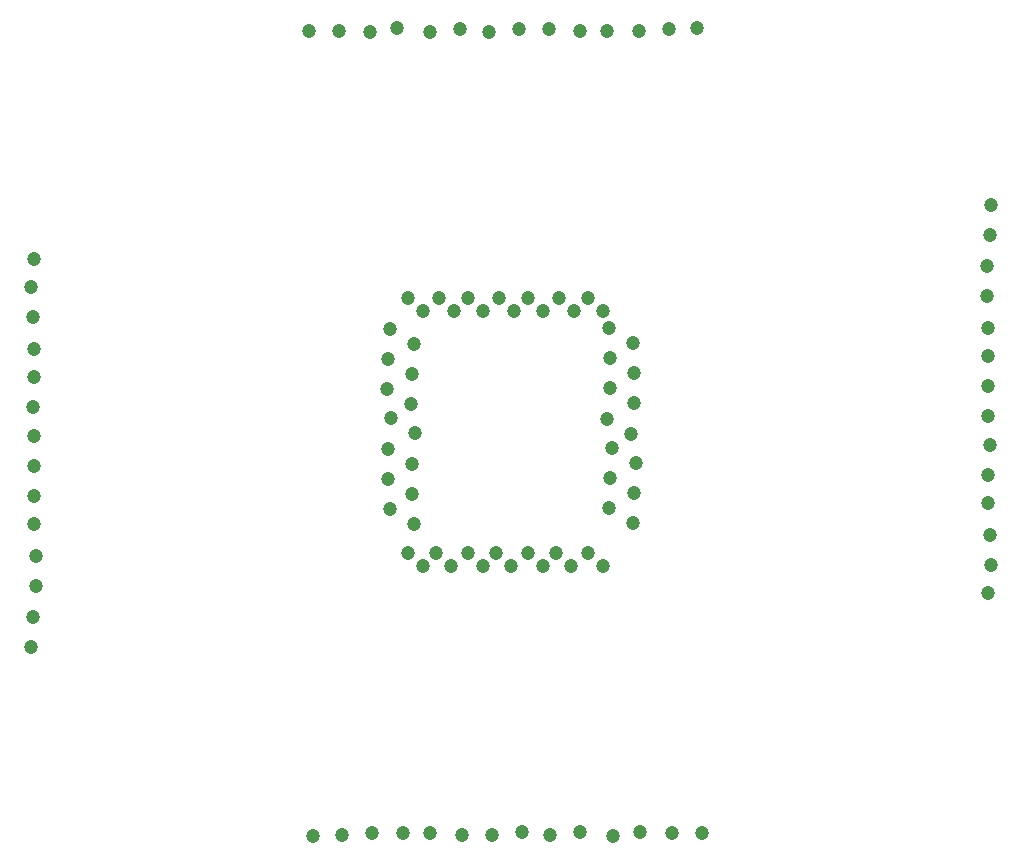
<source format=gbs>
G04*
G04 #@! TF.GenerationSoftware,Altium Limited,Altium Designer,23.11.1 (41)*
G04*
G04 Layer_Color=16711935*
%FSLAX44Y44*%
%MOMM*%
G71*
G04*
G04 #@! TF.SameCoordinates,00D06A11-A73A-467B-94DC-87872A238894*
G04*
G04*
G04 #@! TF.FilePolarity,Negative*
G04*
G01*
G75*
%ADD19C,1.2032*%
D19*
X566420Y287020D02*
D03*
X553720Y298450D02*
D03*
X527050D02*
D03*
X539750Y287020D02*
D03*
X488950D02*
D03*
X476250Y298450D02*
D03*
X502920D02*
D03*
X515620Y287020D02*
D03*
X438150D02*
D03*
X425450Y298450D02*
D03*
X452120D02*
D03*
X464820Y287020D02*
D03*
X401320Y298450D02*
D03*
X414020Y287020D02*
D03*
X650240Y60960D02*
D03*
X624840D02*
D03*
X598170Y62230D02*
D03*
X575310Y58420D02*
D03*
X547370Y62230D02*
D03*
X521970Y59690D02*
D03*
X497840Y62230D02*
D03*
X472440Y59690D02*
D03*
X447040D02*
D03*
X420370Y60960D02*
D03*
X397510D02*
D03*
X370840D02*
D03*
X345440Y59690D02*
D03*
X321310Y58420D02*
D03*
X646430Y742950D02*
D03*
X622300Y741680D02*
D03*
X596900Y740410D02*
D03*
X570230D02*
D03*
X547370D02*
D03*
X520700Y741680D02*
D03*
X495300D02*
D03*
X469900Y739140D02*
D03*
X445770Y741680D02*
D03*
X420370Y739140D02*
D03*
X392430Y742950D02*
D03*
X369570Y739140D02*
D03*
X342900Y740410D02*
D03*
X317500D02*
D03*
X553720Y514350D02*
D03*
X566420Y502920D02*
D03*
X502920Y514350D02*
D03*
X515620Y502920D02*
D03*
X542290D02*
D03*
X529590Y514350D02*
D03*
X452120D02*
D03*
X464820Y502920D02*
D03*
X491490D02*
D03*
X478790Y514350D02*
D03*
X427990D02*
D03*
X440690Y502920D02*
D03*
X414020D02*
D03*
X401320Y514350D02*
D03*
X591820Y323850D02*
D03*
X571500Y336550D02*
D03*
X572770Y361950D02*
D03*
X593090Y349250D02*
D03*
X574040Y387350D02*
D03*
X594360Y374650D02*
D03*
X570230Y411480D02*
D03*
X590550Y398780D02*
D03*
X572770Y438150D02*
D03*
X593090Y425450D02*
D03*
X572770Y463550D02*
D03*
X593090Y450850D02*
D03*
X571500Y488950D02*
D03*
X591820Y476250D02*
D03*
X892810Y264160D02*
D03*
X895350Y288290D02*
D03*
X894080Y313690D02*
D03*
X892810Y340360D02*
D03*
Y364490D02*
D03*
X894080Y389890D02*
D03*
X892810Y414020D02*
D03*
Y439420D02*
D03*
Y464820D02*
D03*
Y488950D02*
D03*
X891540Y515620D02*
D03*
Y541020D02*
D03*
X894080Y567690D02*
D03*
X895350Y593090D02*
D03*
X82550Y218440D02*
D03*
X83820Y243840D02*
D03*
X86360Y270510D02*
D03*
Y295910D02*
D03*
X85090Y322580D02*
D03*
Y346710D02*
D03*
Y372110D02*
D03*
Y397510D02*
D03*
X83820Y421640D02*
D03*
X85090Y447040D02*
D03*
Y471170D02*
D03*
X83820Y497840D02*
D03*
X82550Y523240D02*
D03*
X85090Y547370D02*
D03*
X386080Y335280D02*
D03*
X406400Y322580D02*
D03*
X384810Y360680D02*
D03*
X405130Y347980D02*
D03*
X384810Y386080D02*
D03*
X405130Y373380D02*
D03*
X387350Y412750D02*
D03*
X407670Y400050D02*
D03*
X383540Y436880D02*
D03*
X403860Y424180D02*
D03*
X384810Y462280D02*
D03*
X405130Y449580D02*
D03*
X406400Y474980D02*
D03*
X386080Y487680D02*
D03*
M02*

</source>
